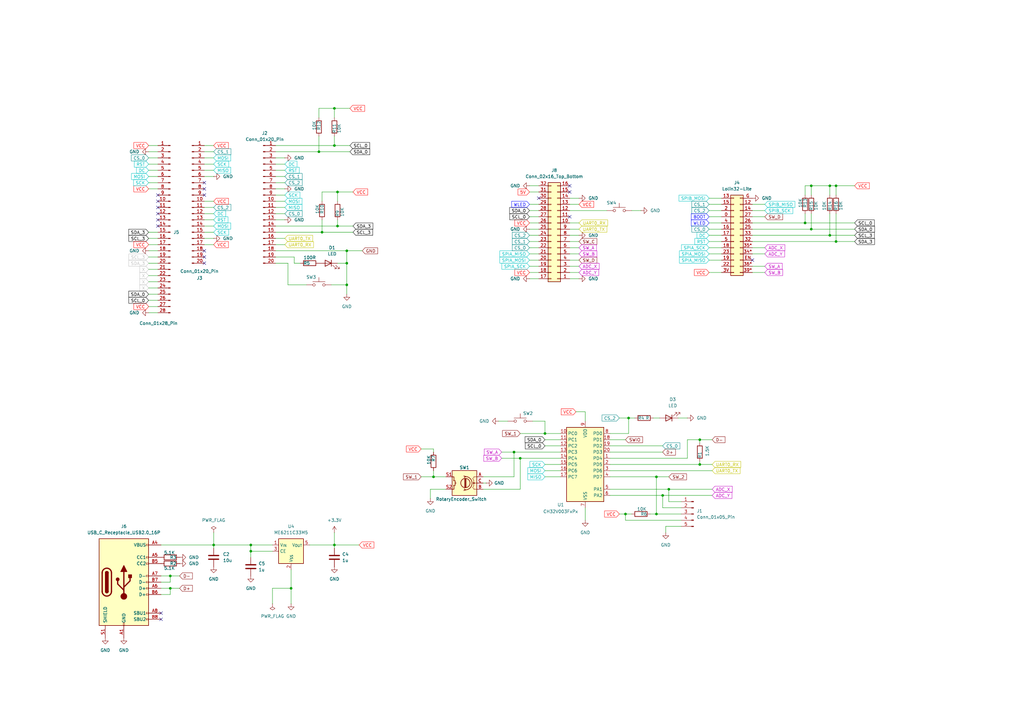
<source format=kicad_sch>
(kicad_sch (version 20250114) (generator "eeschema") (generator_version "9.0")
  (paper "A3")
  (junction (at 138.43 78.74))
  (junction (at 102.87 226.06))
  (junction (at 102.87 223.52))
  (junction (at 256.54 210.82))
  (junction (at 130.81 62.23))
  (junction (at 210.82 185.42))
  (junction (at 138.43 92.71))
  (junction (at 340.36 76.2))
  (junction (at 287.02 180.34))
  (junction (at 213.36 187.96))
  (junction (at 274.32 200.66))
  (junction (at 119.38 241.3))
  (junction (at 271.78 203.2))
  (junction (at 137.16 223.52))
  (junction (at 342.9 76.2))
  (junction (at 142.24 107.95))
  (junction (at 137.16 44.45))
  (junction (at 137.16 59.69))
  (junction (at 342.9 99.06))
  (junction (at 269.24 210.82))
  (junction (at 269.24 195.58))
  (junction (at 69.85 236.22))
  (junction (at 257.81 171.45))
  (junction (at 142.24 102.87))
  (junction (at 287.02 190.5))
  (junction (at 69.85 241.3))
  (junction (at 223.52 177.8))
  (junction (at 142.24 116.84))
  (junction (at 332.74 93.98))
  (junction (at 340.36 96.52))
  (junction (at 177.8 195.58))
  (junction (at 87.63 223.52))
  (junction (at 330.2 91.44))
  (junction (at 132.08 95.25))
  (junction (at 332.74 76.2))
  (no_connect (at 64.77 90.17))
  (no_connect (at 233.68 78.74))
  (no_connect (at 66.04 254))
  (no_connect (at 308.61 106.68))
  (no_connect (at 83.82 102.87))
  (no_connect (at 233.68 76.2))
  (no_connect (at 66.04 251.46))
  (no_connect (at 64.77 82.55))
  (no_connect (at 83.82 105.41))
  (no_connect (at 220.98 81.28))
  (no_connect (at 64.77 87.63))
  (no_connect (at 64.77 92.71))
  (no_connect (at 233.68 88.9))
  (no_connect (at 64.77 80.01))
  (no_connect (at 83.82 107.95))
  (no_connect (at 64.77 85.09))
  (no_connect (at 83.82 77.47))
  (no_connect (at 83.82 74.93))
  (no_connect (at 83.82 80.01))
  (wire (pts (xy 342.9 87.63) (xy 342.9 99.06)))
  (wire (pts (xy 132.08 90.17) (xy 132.08 95.25)))
  (wire (pts (xy 290.83 99.06) (xy 295.91 99.06)))
  (wire (pts (xy 60.96 67.31) (xy 64.77 67.31)))
  (wire (pts (xy 210.82 185.42) (xy 229.87 185.42)))
  (wire (pts (xy 177.8 193.04) (xy 177.8 195.58)))
  (wire (pts (xy 148.59 102.87) (xy 142.24 102.87)))
  (wire (pts (xy 223.52 190.5) (xy 229.87 190.5)))
  (wire (pts (xy 308.61 93.98) (xy 332.74 93.98)))
  (wire (pts (xy 205.74 187.96) (xy 213.36 187.96)))
  (wire (pts (xy 130.81 55.88) (xy 130.81 62.23)))
  (wire (pts (xy 60.96 69.85) (xy 64.77 69.85)))
  (wire (pts (xy 342.9 76.2) (xy 342.9 80.01)))
  (wire (pts (xy 113.03 105.41) (xy 120.65 105.41)))
  (wire (pts (xy 120.65 107.95) (xy 123.19 107.95)))
  (wire (pts (xy 69.85 238.76) (xy 69.85 236.22)))
  (wire (pts (xy 172.72 195.58) (xy 177.8 195.58)))
  (wire (pts (xy 116.84 87.63) (xy 113.03 87.63)))
  (wire (pts (xy 217.17 114.3) (xy 220.98 114.3)))
  (wire (pts (xy 290.83 106.68) (xy 295.91 106.68)))
  (wire (pts (xy 223.52 182.88) (xy 229.87 182.88)))
  (wire (pts (xy 119.38 241.3) (xy 119.38 247.65)))
  (wire (pts (xy 60.96 100.33) (xy 64.77 100.33)))
  (wire (pts (xy 177.8 184.15) (xy 177.8 185.42)))
  (wire (pts (xy 223.52 172.72) (xy 218.44 172.72)))
  (wire (pts (xy 217.17 78.74) (xy 220.98 78.74)))
  (wire (pts (xy 66.04 243.84) (xy 69.85 243.84)))
  (wire (pts (xy 240.03 213.36) (xy 240.03 208.28)))
  (wire (pts (xy 256.54 210.82) (xy 254 210.82)))
  (wire (pts (xy 102.87 226.06) (xy 102.87 223.52)))
  (wire (pts (xy 120.65 105.41) (xy 120.65 107.95)))
  (wire (pts (xy 87.63 87.63) (xy 83.82 87.63)))
  (wire (pts (xy 116.84 90.17) (xy 113.03 90.17)))
  (wire (pts (xy 87.63 92.71) (xy 83.82 92.71)))
  (wire (pts (xy 60.96 74.93) (xy 64.77 74.93)))
  (wire (pts (xy 233.68 99.06) (xy 237.49 99.06)))
  (wire (pts (xy 66.04 223.52) (xy 87.63 223.52)))
  (wire (pts (xy 137.16 223.52) (xy 137.16 224.79)))
  (wire (pts (xy 223.52 180.34) (xy 229.87 180.34)))
  (wire (pts (xy 144.78 92.71) (xy 138.43 92.71)))
  (wire (pts (xy 60.96 118.11) (xy 64.77 118.11)))
  (wire (pts (xy 250.19 182.88) (xy 271.78 182.88)))
  (wire (pts (xy 269.24 210.82) (xy 266.7 210.82)))
  (wire (pts (xy 144.78 78.74) (xy 138.43 78.74)))
  (wire (pts (xy 308.61 104.14) (xy 313.69 104.14)))
  (wire (pts (xy 240.03 168.91) (xy 240.03 172.72)))
  (wire (pts (xy 278.13 171.45) (xy 281.94 171.45)))
  (wire (pts (xy 269.24 195.58) (xy 269.24 210.82)))
  (wire (pts (xy 60.96 95.25) (xy 64.77 95.25)))
  (wire (pts (xy 220.98 88.9) (xy 217.17 88.9)))
  (wire (pts (xy 273.05 218.44) (xy 273.05 215.9)))
  (wire (pts (xy 116.84 74.93) (xy 113.03 74.93)))
  (wire (pts (xy 60.96 105.41) (xy 64.77 105.41)))
  (wire (pts (xy 213.36 177.8) (xy 223.52 177.8)))
  (wire (pts (xy 111.76 241.3) (xy 111.76 247.65)))
  (wire (pts (xy 66.04 241.3) (xy 69.85 241.3)))
  (wire (pts (xy 290.83 83.82) (xy 295.91 83.82)))
  (wire (pts (xy 340.36 76.2) (xy 340.36 80.01)))
  (wire (pts (xy 250.19 195.58) (xy 269.24 195.58)))
  (wire (pts (xy 125.73 116.84) (xy 118.11 116.84)))
  (wire (pts (xy 210.82 195.58) (xy 210.82 185.42)))
  (wire (pts (xy 257.81 177.8) (xy 250.19 177.8)))
  (wire (pts (xy 287.02 190.5) (xy 292.1 190.5)))
  (wire (pts (xy 87.63 59.69) (xy 83.82 59.69)))
  (wire (pts (xy 290.83 111.76) (xy 295.91 111.76)))
  (wire (pts (xy 250.19 180.34) (xy 256.54 180.34)))
  (wire (pts (xy 233.68 106.68) (xy 237.49 106.68)))
  (wire (pts (xy 142.24 102.87) (xy 142.24 107.95)))
  (wire (pts (xy 217.17 76.2) (xy 220.98 76.2)))
  (wire (pts (xy 250.19 203.2) (xy 271.78 203.2)))
  (wire (pts (xy 330.2 76.2) (xy 332.74 76.2)))
  (wire (pts (xy 66.04 236.22) (xy 69.85 236.22)))
  (wire (pts (xy 220.98 96.52) (xy 217.17 96.52)))
  (wire (pts (xy 308.61 88.9) (xy 313.69 88.9)))
  (wire (pts (xy 130.81 62.23) (xy 113.03 62.23)))
  (wire (pts (xy 127 223.52) (xy 137.16 223.52)))
  (wire (pts (xy 332.74 87.63) (xy 332.74 93.98)))
  (wire (pts (xy 233.68 86.36) (xy 248.92 86.36)))
  (wire (pts (xy 60.96 77.47) (xy 64.77 77.47)))
  (wire (pts (xy 137.16 55.88) (xy 137.16 59.69)))
  (wire (pts (xy 87.63 218.44) (xy 87.63 223.52)))
  (wire (pts (xy 290.83 88.9) (xy 295.91 88.9)))
  (wire (pts (xy 287.02 180.34) (xy 287.02 181.61)))
  (wire (pts (xy 60.96 64.77) (xy 64.77 64.77)))
  (wire (pts (xy 308.61 96.52) (xy 340.36 96.52)))
  (wire (pts (xy 60.96 125.73) (xy 64.77 125.73)))
  (wire (pts (xy 137.16 44.45) (xy 137.16 48.26)))
  (wire (pts (xy 220.98 101.6) (xy 217.17 101.6)))
  (wire (pts (xy 223.52 177.8) (xy 223.52 172.72)))
  (wire (pts (xy 60.96 123.19) (xy 64.77 123.19)))
  (wire (pts (xy 142.24 102.87) (xy 113.03 102.87)))
  (wire (pts (xy 223.52 195.58) (xy 229.87 195.58)))
  (wire (pts (xy 60.96 110.49) (xy 64.77 110.49)))
  (wire (pts (xy 198.12 200.66) (xy 213.36 200.66)))
  (wire (pts (xy 87.63 90.17) (xy 83.82 90.17)))
  (wire (pts (xy 143.51 59.69) (xy 137.16 59.69)))
  (wire (pts (xy 87.63 223.52) (xy 102.87 223.52)))
  (wire (pts (xy 271.78 208.28) (xy 279.4 208.28)))
  (wire (pts (xy 132.08 82.55) (xy 132.08 78.74)))
  (wire (pts (xy 223.52 193.04) (xy 229.87 193.04)))
  (wire (pts (xy 236.22 168.91) (xy 240.03 168.91)))
  (wire (pts (xy 60.96 102.87) (xy 64.77 102.87)))
  (wire (pts (xy 330.2 91.44) (xy 350.52 91.44)))
  (wire (pts (xy 308.61 109.22) (xy 313.69 109.22)))
  (wire (pts (xy 60.96 62.23) (xy 64.77 62.23)))
  (wire (pts (xy 198.12 195.58) (xy 210.82 195.58)))
  (wire (pts (xy 138.43 78.74) (xy 138.43 82.55)))
  (wire (pts (xy 102.87 223.52) (xy 111.76 223.52)))
  (wire (pts (xy 269.24 195.58) (xy 274.32 195.58)))
  (wire (pts (xy 237.49 114.3) (xy 233.68 114.3)))
  (wire (pts (xy 269.24 210.82) (xy 279.4 210.82)))
  (wire (pts (xy 69.85 243.84) (xy 69.85 241.3)))
  (wire (pts (xy 237.49 81.28) (xy 233.68 81.28)))
  (wire (pts (xy 87.63 64.77) (xy 83.82 64.77)))
  (wire (pts (xy 237.49 83.82) (xy 233.68 83.82)))
  (wire (pts (xy 138.43 107.95) (xy 142.24 107.95)))
  (wire (pts (xy 274.32 205.74) (xy 279.4 205.74)))
  (wire (pts (xy 292.1 193.04) (xy 250.19 193.04)))
  (wire (pts (xy 257.81 171.45) (xy 260.35 171.45)))
  (wire (pts (xy 142.24 120.65) (xy 142.24 116.84)))
  (wire (pts (xy 69.85 241.3) (xy 73.66 241.3)))
  (wire (pts (xy 217.17 93.98) (xy 220.98 93.98)))
  (wire (pts (xy 250.19 200.66) (xy 274.32 200.66)))
  (wire (pts (xy 342.9 99.06) (xy 350.52 99.06)))
  (wire (pts (xy 330.2 80.01) (xy 330.2 76.2)))
  (wire (pts (xy 281.94 180.34) (xy 281.94 187.96)))
  (wire (pts (xy 229.87 187.96) (xy 213.36 187.96)))
  (wire (pts (xy 116.84 80.01) (xy 113.03 80.01)))
  (wire (pts (xy 287.02 180.34) (xy 292.1 180.34)))
  (wire (pts (xy 138.43 92.71) (xy 113.03 92.71)))
  (wire (pts (xy 60.96 128.27) (xy 64.77 128.27)))
  (wire (pts (xy 116.84 67.31) (xy 113.03 67.31)))
  (wire (pts (xy 217.17 109.22) (xy 220.98 109.22)))
  (wire (pts (xy 220.98 99.06) (xy 217.17 99.06)))
  (wire (pts (xy 256.54 213.36) (xy 279.4 213.36)))
  (wire (pts (xy 220.98 83.82) (xy 217.17 83.82)))
  (wire (pts (xy 66.04 238.76) (xy 69.85 238.76)))
  (wire (pts (xy 295.91 91.44) (xy 290.83 91.44)))
  (wire (pts (xy 144.78 95.25) (xy 132.08 95.25)))
  (wire (pts (xy 217.17 104.14) (xy 220.98 104.14)))
  (wire (pts (xy 229.87 177.8) (xy 223.52 177.8)))
  (wire (pts (xy 119.38 233.68) (xy 119.38 241.3)))
  (wire (pts (xy 213.36 187.96) (xy 213.36 200.66)))
  (wire (pts (xy 143.51 62.23) (xy 130.81 62.23)))
  (wire (pts (xy 60.96 120.65) (xy 64.77 120.65)))
  (wire (pts (xy 290.83 93.98) (xy 295.91 93.98)))
  (wire (pts (xy 176.53 204.47) (xy 176.53 200.66)))
  (wire (pts (xy 118.11 107.95) (xy 113.03 107.95)))
  (wire (pts (xy 87.63 95.25) (xy 83.82 95.25)))
  (wire (pts (xy 332.74 76.2) (xy 340.36 76.2)))
  (wire (pts (xy 262.89 86.36) (xy 259.08 86.36)))
  (wire (pts (xy 142.24 116.84) (xy 135.89 116.84)))
  (wire (pts (xy 118.11 116.84) (xy 118.11 107.95)))
  (wire (pts (xy 290.83 104.14) (xy 295.91 104.14)))
  (wire (pts (xy 87.63 69.85) (xy 83.82 69.85)))
  (wire (pts (xy 130.81 48.26) (xy 130.81 44.45)))
  (wire (pts (xy 116.84 64.77) (xy 113.03 64.77)))
  (wire (pts (xy 116.84 72.39) (xy 113.03 72.39)))
  (wire (pts (xy 137.16 218.44) (xy 137.16 223.52)))
  (wire (pts (xy 87.63 224.79) (xy 87.63 223.52)))
  (wire (pts (xy 87.63 100.33) (xy 83.82 100.33)))
  (wire (pts (xy 102.87 228.6) (xy 102.87 226.06)))
  (wire (pts (xy 237.49 96.52) (xy 233.68 96.52)))
  (wire (pts (xy 217.17 106.68) (xy 220.98 106.68)))
  (wire (pts (xy 274.32 200.66) (xy 274.32 205.74)))
  (wire (pts (xy 287.02 189.23) (xy 287.02 190.5)))
  (wire (pts (xy 205.74 185.42) (xy 210.82 185.42)))
  (wire (pts (xy 143.51 44.45) (xy 137.16 44.45)))
  (wire (pts (xy 274.32 200.66) (xy 292.1 200.66)))
  (wire (pts (xy 313.69 86.36) (xy 308.61 86.36)))
  (wire (pts (xy 60.96 72.39) (xy 64.77 72.39)))
  (wire (pts (xy 87.63 97.79) (xy 83.82 97.79)))
  (wire (pts (xy 270.51 171.45) (xy 267.97 171.45)))
  (wire (pts (xy 233.68 109.22) (xy 237.49 109.22)))
  (wire (pts (xy 313.69 83.82) (xy 308.61 83.82)))
  (wire (pts (xy 130.81 44.45) (xy 137.16 44.45)))
  (wire (pts (xy 217.17 111.76) (xy 220.98 111.76)))
  (wire (pts (xy 250.19 190.5) (xy 287.02 190.5)))
  (wire (pts (xy 271.78 203.2) (xy 271.78 208.28)))
  (wire (pts (xy 340.36 87.63) (xy 340.36 96.52)))
  (wire (pts (xy 116.84 97.79) (xy 113.03 97.79)))
  (wire (pts (xy 290.83 81.28) (xy 295.91 81.28)))
  (wire (pts (xy 60.96 113.03) (xy 64.77 113.03)))
  (wire (pts (xy 257.81 171.45) (xy 257.81 177.8)))
  (wire (pts (xy 281.94 187.96) (xy 250.19 187.96)))
  (wire (pts (xy 273.05 215.9) (xy 279.4 215.9)))
  (wire (pts (xy 259.08 210.82) (xy 256.54 210.82)))
  (wire (pts (xy 87.63 72.39) (xy 83.82 72.39)))
  (wire (pts (xy 308.61 111.76) (xy 313.69 111.76)))
  (wire (pts (xy 204.47 172.72) (xy 208.28 172.72)))
  (wire (pts (xy 308.61 101.6) (xy 313.69 101.6)))
  (wire (pts (xy 220.98 86.36) (xy 217.17 86.36)))
  (wire (pts (xy 254 171.45) (xy 257.81 171.45)))
  (wire (pts (xy 138.43 90.17) (xy 138.43 92.71)))
  (wire (pts (xy 69.85 236.22) (xy 73.66 236.22)))
  (wire (pts (xy 116.84 82.55) (xy 113.03 82.55)))
  (wire (pts (xy 330.2 87.63) (xy 330.2 91.44)))
  (wire (pts (xy 308.61 99.06) (xy 342.9 99.06)))
  (wire (pts (xy 132.08 78.74) (xy 138.43 78.74)))
  (wire (pts (xy 111.76 241.3) (xy 119.38 241.3)))
  (wire (pts (xy 233.68 104.14) (xy 237.49 104.14)))
  (wire (pts (xy 176.53 200.66) (xy 182.88 200.66)))
  (wire (pts (xy 342.9 76.2) (xy 350.52 76.2)))
  (wire (pts (xy 177.8 195.58) (xy 182.88 195.58)))
  (wire (pts (xy 271.78 203.2) (xy 292.1 203.2)))
  (wire (pts (xy 350.52 93.98) (xy 332.74 93.98)))
  (wire (pts (xy 281.94 180.34) (xy 287.02 180.34)))
  (wire (pts (xy 198.12 198.12) (xy 199.39 198.12)))
  (wire (pts (xy 60.96 59.69) (xy 64.77 59.69)))
  (wire (pts (xy 116.84 85.09) (xy 113.03 85.09)))
  (wire (pts (xy 137.16 59.69) (xy 113.03 59.69)))
  (wire (pts (xy 290.83 101.6) (xy 295.91 101.6)))
  (wire (pts (xy 102.87 226.06) (xy 111.76 226.06)))
  (wire (pts (xy 340.36 76.2) (xy 342.9 76.2)))
  (wire (pts (xy 250.19 185.42) (xy 271.78 185.42)))
  (wire (pts (xy 340.36 96.52) (xy 350.52 96.52)))
  (wire (pts (xy 290.83 86.36) (xy 295.91 86.36)))
  (wire (pts (xy 87.63 62.23) (xy 83.82 62.23)))
  (wire (pts (xy 87.63 67.31) (xy 83.82 67.31)))
  (wire (pts (xy 237.49 91.44) (xy 233.68 91.44)))
  (wire (pts (xy 177.8 184.15) (xy 172.72 184.15)))
  (wire (pts (xy 116.84 77.47) (xy 113.03 77.47)))
  (wire (pts (xy 142.24 107.95) (xy 142.24 116.84)))
  (wire (pts (xy 116.84 69.85) (xy 113.03 69.85)))
  (wire (pts (xy 233.68 101.6) (xy 237.49 101.6)))
  (wire (pts (xy 87.63 82.55) (xy 83.82 82.55)))
  (wire (pts (xy 237.49 93.98) (xy 233.68 93.98)))
  (wire (pts (xy 87.63 85.09) (xy 83.82 85.09)))
  (wire (pts (xy 137.16 223.52) (xy 147.32 223.52)))
  (wire (pts (xy 60.96 97.79) (xy 64.77 97.79)))
  (wire (pts (xy 132.08 95.25) (xy 113.03 95.25)))
  (wire (pts (xy 290.83 96.52) (xy 295.91 96.52)))
  (wire (pts (xy 233.68 111.76) (xy 237.49 111.76)))
  (wire (pts (xy 217.17 91.44) (xy 220.98 91.44)))
  (wire (pts (xy 116.84 100.33) (xy 113.03 100.33)))
  (wire (pts (xy 60.96 107.95) (xy 64.77 107.95)))
  (wire (pts (xy 256.54 213.36) (xy 256.54 210.82)))
  (wire (pts (xy 332.74 76.2) (xy 332.74 80.01)))
  (wire (pts (xy 308.61 91.44) (xy 330.2 91.44)))
  (wire (pts (xy 60.96 115.57) (xy 64.77 115.57)))
  (global_label "X" (shape input) (at 60.96 115.57 180) (property "Intersheetrefs" "${INTERSHEET_REFS}" (effects (hide yes))))
  (global_label "CS_0" (shape input) (at 290.83 93.98 180) (property "Intersheetrefs" "${INTERSHEET_REFS}" (effects (hide yes))))
  (global_label "ADC_X" (shape input) (at 313.69 101.6 0) (property "Intersheetrefs" "${INTERSHEET_REFS}" (effects (hide yes))))
  (global_label "X" (shape input) (at 60.96 118.11 180) (property "Intersheetrefs" "${INTERSHEET_REFS}" (effects (hide yes))))
  (global_label "UART0_TX" (shape input) (at 292.1 193.04 0) (property "Intersheetrefs" "${INTERSHEET_REFS}" (effects (hide yes))))
  (global_label "DC" (shape input) (at 290.83 96.52 180) (property "Intersheetrefs" "${INTERSHEET_REFS}" (effects (hide yes))))
  (global_label "SPIB_MISO" (shape input) (at 313.69 83.82 0) (property "Intersheetrefs" "${INTERSHEET_REFS}" (effects (hide yes))))
  (global_label "SPIA_MISO" (shape input) (at 217.17 104.14 180) (property "Intersheetrefs" "${INTERSHEET_REFS}" (effects (hide yes))))
  (global_label "ADC_X" (shape input) (at 292.1 200.66 0) (property "Intersheetrefs" "${INTERSHEET_REFS}" (effects (hide yes))))
  (global_label "SW_A" (shape input) (at 313.69 109.22 0) (property "Intersheetrefs" "${INTERSHEET_REFS}" (effects (hide yes))))
  (global_label "MISO" (shape input) (at 87.63 69.85 0) (property "Intersheetrefs" "${INTERSHEET_REFS}" (effects (hide yes))))
  (global_label "RST" (shape input) (at 60.96 67.31 180) (property "Intersheetrefs" "${INTERSHEET_REFS}" (effects (hide yes))))
  (global_label "WLED" (shape input) (at 217.17 83.82 180) (property "Intersheetrefs" "${INTERSHEET_REFS}" (effects (hide yes))))
  (global_label "SW_1" (shape input) (at 172.72 195.58 180) (property "Intersheetrefs" "${INTERSHEET_REFS}" (effects (hide yes))))
  (global_label "SW_C" (shape input) (at 237.49 99.06 0) (property "Intersheetrefs" "${INTERSHEET_REFS}" (effects (hide yes))))
  (global_label "VCC" (shape input) (at 217.17 91.44 180) (property "Intersheetrefs" "${INTERSHEET_REFS}" (effects (hide yes))))
  (global_label "D+" (shape input) (at 73.66 241.3 0) (property "Intersheetrefs" "${INTERSHEET_REFS}" (effects (hide yes))))
  (global_label "SW_B" (shape input) (at 205.74 187.96 180) (property "Intersheetrefs" "${INTERSHEET_REFS}" (effects (hide yes))))
  (global_label "SDA_0" (shape input) (at 217.17 86.36 180) (property "Intersheetrefs" "${INTERSHEET_REFS}" (effects (hide yes))))
  (global_label "SDA_3" (shape input) (at 60.96 107.95 180) (property "Intersheetrefs" "${INTERSHEET_REFS}" (effects (hide yes))))
  (global_label "SCL_0" (shape input) (at 143.51 59.69 0) (property "Intersheetrefs" "${INTERSHEET_REFS}" (effects (hide yes))))
  (global_label "CS_1" (shape input) (at 87.63 62.23 0) (property "Intersheetrefs" "${INTERSHEET_REFS}" (effects (hide yes))))
  (global_label "ADC_Y" (shape input) (at 292.1 203.2 0) (property "Intersheetrefs" "${INTERSHEET_REFS}" (effects (hide yes))))
  (global_label "RST" (shape input) (at 290.83 99.06 180) (property "Intersheetrefs" "${INTERSHEET_REFS}" (effects (hide yes))))
  (global_label "VCC" (shape input) (at 237.49 83.82 0) (property "Intersheetrefs" "${INTERSHEET_REFS}" (effects (hide yes))))
  (global_label "CS_0" (shape input) (at 116.84 87.63 0) (property "Intersheetrefs" "${INTERSHEET_REFS}" (effects (hide yes))))
  (global_label "X" (shape input) (at 60.96 113.03 180) (property "Intersheetrefs" "${INTERSHEET_REFS}" (effects (hide yes))))
  (global_label "SCK" (shape input) (at 60.96 74.93 180) (property "Intersheetrefs" "${INTERSHEET_REFS}" (effects (hide yes))))
  (global_label "SCL_3" (shape input) (at 350.52 96.52 0) (property "Intersheetrefs" "${INTERSHEET_REFS}" (effects (hide yes))))
  (global_label "SDA_3" (shape input) (at 144.78 92.71 0) (property "Intersheetrefs" "${INTERSHEET_REFS}" (effects (hide yes))))
  (global_label "SPIA_MISO" (shape input) (at 290.83 106.68 180) (property "Intersheetrefs" "${INTERSHEET_REFS}" (effects (hide yes))))
  (global_label "SCK" (shape input) (at 87.63 67.31 0) (property "Intersheetrefs" "${INTERSHEET_REFS}" (effects (hide yes))))
  (global_label "D+" (shape input) (at 271.78 185.42 0) (property "Intersheetrefs" "${INTERSHEET_REFS}" (effects (hide yes))))
  (global_label "SCK" (shape input) (at 87.63 95.25 0) (property "Intersheetrefs" "${INTERSHEET_REFS}" (effects (hide yes))))
  (global_label "DC" (shape input) (at 87.63 87.63 0) (property "Intersheetrefs" "${INTERSHEET_REFS}" (effects (hide yes))))
  (global_label "MISO" (shape input) (at 116.84 85.09 0) (property "Intersheetrefs" "${INTERSHEET_REFS}" (effects (hide yes))))
  (global_label "VCC" (shape input) (at 254 210.82 180) (property "Intersheetrefs" "${INTERSHEET_REFS}" (effects (hide yes))))
  (global_label "WLED" (shape input) (at 290.83 91.44 180) (property "Intersheetrefs" "${INTERSHEET_REFS}" (effects (hide yes))))
  (global_label "SCL_0" (shape input) (at 60.96 123.19 180) (property "Intersheetrefs" "${INTERSHEET_REFS}" (effects (hide yes))))
  (global_label "SW_D" (shape input) (at 313.69 88.9 0) (property "Intersheetrefs" "${INTERSHEET_REFS}" (effects (hide yes))))
  (global_label "CS_1" (shape input) (at 116.84 72.39 0) (property "Intersheetrefs" "${INTERSHEET_REFS}" (effects (hide yes))))
  (global_label "SCK" (shape input) (at 116.84 80.01 0) (property "Intersheetrefs" "${INTERSHEET_REFS}" (effects (hide yes))))
  (global_label "VCC" (shape input) (at 147.32 223.52 0) (property "Intersheetrefs" "${INTERSHEET_REFS}" (effects (hide yes))))
  (global_label "VCC" (shape input) (at 144.78 78.74 0) (property "Intersheetrefs" "${INTERSHEET_REFS}" (effects (hide yes))))
  (global_label "D-" (shape input) (at 292.1 180.34 0) (property "Intersheetrefs" "${INTERSHEET_REFS}" (effects (hide yes))))
  (global_label "CS_1" (shape input) (at 290.83 83.82 180) (property "Intersheetrefs" "${INTERSHEET_REFS}" (effects (hide yes))))
  (global_label "SPIA_MOSI" (shape input) (at 290.83 104.14 180) (property "Intersheetrefs" "${INTERSHEET_REFS}" (effects (hide yes))))
  (global_label "SCL_3" (shape input) (at 60.96 97.79 180) (property "Intersheetrefs" "${INTERSHEET_REFS}" (effects (hide yes))))
  (global_label "ADC_Y" (shape input) (at 313.69 104.14 0) (property "Intersheetrefs" "${INTERSHEET_REFS}" (effects (hide yes))))
  (global_label "SW_A" (shape input) (at 237.49 101.6 0) (property "Intersheetrefs" "${INTERSHEET_REFS}" (effects (hide yes))))
  (global_label "D-" (shape input) (at 73.66 236.22 0) (property "Intersheetrefs" "${INTERSHEET_REFS}" (effects (hide yes))))
  (global_label "SCL_3" (shape input) (at 60.96 105.41 180) (property "Intersheetrefs" "${INTERSHEET_REFS}" (effects (hide yes))))
  (global_label "ADC_X" (shape input) (at 237.49 109.22 0) (property "Intersheetrefs" "${INTERSHEET_REFS}" (effects (hide yes))))
  (global_label "MISO" (shape input) (at 223.52 195.58 180) (property "Intersheetrefs" "${INTERSHEET_REFS}" (effects (hide yes))))
  (global_label "SCL_0" (shape input) (at 223.52 182.88 180) (property "Intersheetrefs" "${INTERSHEET_REFS}" (effects (hide yes))))
  (global_label "SDA_0" (shape input) (at 60.96 120.65 180) (property "Intersheetrefs" "${INTERSHEET_REFS}" (effects (hide yes))))
  (global_label "VCC" (shape input) (at 87.63 59.69 0) (property "Intersheetrefs" "${INTERSHEET_REFS}" (effects (hide yes))))
  (global_label "VCC" (shape input) (at 236.22 168.91 180) (property "Intersheetrefs" "${INTERSHEET_REFS}" (effects (hide yes))))
  (global_label "UART0_RX" (shape input) (at 237.49 91.44 0) (property "Intersheetrefs" "${INTERSHEET_REFS}" (effects (hide yes))))
  (global_label "SPIB_SCK" (shape input) (at 313.69 86.36 0) (property "Intersheetrefs" "${INTERSHEET_REFS}" (effects (hide yes))))
  (global_label "VCC" (shape input) (at 290.83 111.76 180) (property "Intersheetrefs" "${INTERSHEET_REFS}" (effects (hide yes))))
  (global_label "VCC" (shape input) (at 172.72 184.15 180) (property "Intersheetrefs" "${INTERSHEET_REFS}" (effects (hide yes))))
  (global_label "SPIA_MOSI" (shape input) (at 217.17 106.68 180) (property "Intersheetrefs" "${INTERSHEET_REFS}" (effects (hide yes))))
  (global_label "MOSI" (shape input) (at 116.84 82.55 0) (property "Intersheetrefs" "${INTERSHEET_REFS}" (effects (hide yes))))
  (global_label "CS_0" (shape input) (at 60.96 64.77 180) (property "Intersheetrefs" "${INTERSHEET_REFS}" (effects (hide yes))))
  (global_label "VCC" (shape input) (at 60.96 100.33 180) (property "Intersheetrefs" "${INTERSHEET_REFS}" (effects (hide yes))))
  (global_label "SCL_3" (shape input) (at 144.78 95.25 0) (property "Intersheetrefs" "${INTERSHEET_REFS}" (effects (hide yes))))
  (global_label "VCC" (shape input) (at 60.96 77.47 180) (property "Intersheetrefs" "${INTERSHEET_REFS}" (effects (hide yes))))
  (global_label "SWIO" (shape input) (at 256.54 180.34 0) (property "Intersheetrefs" "${INTERSHEET_REFS}" (effects (hide yes))))
  (global_label "SCK" (shape input) (at 223.52 190.5 180) (property "Intersheetrefs" "${INTERSHEET_REFS}" (effects (hide yes))))
  (global_label "UART0_RX" (shape input) (at 292.1 190.5 0) (property "Intersheetrefs" "${INTERSHEET_REFS}" (effects (hide yes))))
  (global_label "DC" (shape input) (at 60.96 69.85 180) (property "Intersheetrefs" "${INTERSHEET_REFS}" (effects (hide yes))))
  (global_label "SW_1" (shape input) (at 213.36 177.8 180) (property "Intersheetrefs" "${INTERSHEET_REFS}" (effects (hide yes))))
  (global_label "MOSI" (shape input) (at 60.96 72.39 180) (property "Intersheetrefs" "${INTERSHEET_REFS}" (effects (hide yes))))
  (global_label "SPIA_SCK" (shape input) (at 290.83 101.6 180) (property "Intersheetrefs" "${INTERSHEET_REFS}" (effects (hide yes))))
  (global_label "X" (shape input) (at 60.96 110.49 180) (property "Intersheetrefs" "${INTERSHEET_REFS}" (effects (hide yes))))
  (global_label "SCL_0" (shape input) (at 350.52 91.44 0) (property "Intersheetrefs" "${INTERSHEET_REFS}" (effects (hide yes))))
  (global_label "CS_0" (shape input) (at 217.17 101.6 180) (property "Intersheetrefs" "${INTERSHEET_REFS}" (effects (hide yes))))
  (global_label "RST" (shape input) (at 87.63 90.17 0) (property "Intersheetrefs" "${INTERSHEET_REFS}" (effects (hide yes))))
  (global_label "MOSI" (shape input) (at 223.52 193.04 180) (property "Intersheetrefs" "${INTERSHEET_REFS}" (effects (hide yes))))
  (global_label "GND" (shape input) (at 148.59 102.87 0) (property "Intersheetrefs" "${INTERSHEET_REFS}" (effects (hide yes))))
  (global_label "SW_B" (shape input) (at 313.69 111.76 0) (property "Intersheetrefs" "${INTERSHEET_REFS}" (effects (hide yes))))
  (global_label "SPIB_MOSI" (shape input) (at 290.83 81.28 180) (property "Intersheetrefs" "${INTERSHEET_REFS}" (effects (hide yes))))
  (global_label "CS_2" (shape input) (at 116.84 74.93 0) (property "Intersheetrefs" "${INTERSHEET_REFS}" (effects (hide yes))))
  (global_label "SDA_0" (shape input) (at 223.52 180.34 180) (property "Intersheetrefs" "${INTERSHEET_REFS}" (effects (hide yes))))
  (global_label "VCC" (shape input) (at 87.63 82.55 0) (property "Intersheetrefs" "${INTERSHEET_REFS}" (effects (hide yes))))
  (global_label "DC" (shape input) (at 116.84 67.31 0) (property "Intersheetrefs" "${INTERSHEET_REFS}" (effects (hide yes))))
  (global_label "VCC" (shape input) (at 60.96 125.73 180) (property "Intersheetrefs" "${INTERSHEET_REFS}" (effects (hide yes))))
  (global_label "MOSI" (shape input) (at 87.63 92.71 0) (property "Intersheetrefs" "${INTERSHEET_REFS}" (effects (hide yes))))
  (global_label "RST" (shape input) (at 116.84 69.85 0) (property "Intersheetrefs" "${INTERSHEET_REFS}" (effects (hide yes))))
  (global_label "BOOT" (shape input) (at 290.83 88.9 180) (property "Intersheetrefs" "${INTERSHEET_REFS}" (effects (hide yes))))
  (global_label "SDA_3" (shape input) (at 350.52 99.06 0) (property "Intersheetrefs" "${INTERSHEET_REFS}" (effects (hide yes))))
  (global_label "VCC" (shape input) (at 60.96 59.69 180) (property "Intersheetrefs" "${INTERSHEET_REFS}" (effects (hide yes))))
  (global_label "VCC" (shape input) (at 143.51 44.45 0) (property "Intersheetrefs" "${INTERSHEET_REFS}" (effects (hide yes))))
  (global_label "UART0_TX" (shape input) (at 237.49 93.98 0) (property "Intersheetrefs" "${INTERSHEET_REFS}" (effects (hide yes))))
  (global_label "CS_1" (shape input) (at 217.17 99.06 180) (property "Intersheetrefs" "${INTERSHEET_REFS}" (effects (hide yes))))
  (global_label "SW_D" (shape input) (at 237.49 106.68 0) (property "Intersheetrefs" "${INTERSHEET_REFS}" (effects (hide yes))))
  (global_label "SCL_0" (shape input) (at 217.17 88.9 180) (property "Intersheetrefs" "${INTERSHEET_REFS}" (effects (hide yes))))
  (global_label "VCC" (shape input) (at 350.52 76.2 0) (property "Intersheetrefs" "${INTERSHEET_REFS}" (effects (hide yes))))
  (global_label "CS_2" (shape input) (at 290.83 86.36 180) (property "Intersheetrefs" "${INTERSHEET_REFS}" (effects (hide yes))))
  (global_label "SDA_0" (shape input) (at 350.52 93.98 0) (property "Intersheetrefs" "${INTERSHEET_REFS}" (effects (hide yes))))
  (global_label "SDA_3" (shape input) (at 60.96 95.25 180) (property "Intersheetrefs" "${INTERSHEET_REFS}" (effects (hide yes))))
  (global_label "SPIA_SCK" (shape input) (at 217.17 109.22 180) (property "Intersheetrefs" "${INTERSHEET_REFS}" (effects (hide yes))))
  (global_label "CS_2" (shape input) (at 217.17 96.52 180) (property "Intersheetrefs" "${INTERSHEET_REFS}" (effects (hide yes))))
  (global_label "ADC_Y" (shape input) (at 237.49 111.76 0) (property "Intersheetrefs" "${INTERSHEET_REFS}" (effects (hide yes))))
  (global_label "MOSI" (shape input) (at 87.63 64.77 0) (property "Intersheetrefs" "${INTERSHEET_REFS}" (effects (hide yes))))
  (global_label "SW_B" (shape input) (at 237.49 104.14 0) (property "Intersheetrefs" "${INTERSHEET_REFS}" (effects (hide yes))))
  (global_label "SDA_0" (shape input) (at 143.51 62.23 0) (property "Intersheetrefs" "${INTERSHEET_REFS}" (effects (hide yes))))
  (global_label "UART0_RX" (shape input) (at 116.84 100.33 0) (property "Intersheetrefs" "${INTERSHEET_REFS}" (effects (hide yes))))
  (global_label "CS_0" (shape input) (at 271.78 182.88 0) (property "Intersheetrefs" "${INTERSHEET_REFS}" (effects (hide yes))))
  (global_label "CS_2" (shape input) (at 87.63 85.09 0) (property "Intersheetrefs" "${INTERSHEET_REFS}" (effects (hide yes))))
  (global_label "5V" (shape input) (at 217.17 78.74 180) (property "Intersheetrefs" "${INTERSHEET_REFS}" (effects (hide yes))))
  (global_label "SW_2" (shape input) (at 274.32 195.58 0) (property "Intersheetrefs" "${INTERSHEET_REFS}" (effects (hide yes))))
  (global_label "VCC" (shape input) (at 87.63 100.33 0) (property "Intersheetrefs" "${INTERSHEET_REFS}" (effects (hide yes))))
  (global_label "UART0_TX" (shape input) (at 116.84 97.79 0) (property "Intersheetrefs" "${INTERSHEET_REFS}" (effects (hide yes))))
  (global_label "VCC" (shape input) (at 217.17 111.76 180) (property "Intersheetrefs" "${INTERSHEET_REFS}" (effects (hide yes))))
  (global_label "CS_2" (shape input) (at 254 171.45 180) (property "Intersheetrefs" "${INTERSHEET_REFS}" (effects (hide yes))))
  (global_label "SW_A" (shape input) (at 205.74 185.42 180) (property "Intersheetrefs" "${INTERSHEET_REFS}" (effects (hide yes))))
  (symbol (lib_name "GND_1") (lib_id "power:GND") (at 119.38 247.65 0) (unit 1)
    (property "Reference" "#PWR010" (effects (hide yes)))
    (property "Value" "GND" (at 119.38 252.73 0))
    (property "Description" "Power symbol creates a global label with name \"GND\" , ground" (effects (hide yes)))
  )
  (symbol (lib_name "GND_1") (lib_id "power:GND") (at 273.05 218.44 0) (unit 1)
    (property "Reference" "#PWR04" (effects (hide yes)))
    (property "Value" "GND" (at 273.05 223.52 0))
    (property "Description" "Power symbol creates a global label with name \"GND\" , ground" (effects (hide yes)))
  )
  (symbol (lib_name "GND_1") (lib_id "power:GND") (at 262.89 86.36 90) (mirror x) (unit 1)
    (property "Reference" "#PWR019" (effects (hide yes)))
    (property "Value" "GND" (at 266.7 86.3599 90) (effects (justify right)))
    (property "Description" "Power symbol creates a global label with name \"GND\" , ground" (effects (hide yes)))
  )
  (symbol (lib_id "Switch:SW_Push") (at 130.81 116.84 0) (unit 1)
    (property "Reference" "SW3" (at 127.635 113.665 0))
    (property "Value" "SW_Push" (effects (hide yes)))
    (property "Footprint" "Button_Switch_SMD:SW_SPST_PTS810" (effects (hide yes)))
  )
  (symbol (lib_id "MCU_WCH_CH32V0:CH32V003FxPx") (at 240.03 190.5 0) (unit 1)
    (property "Reference" "U1" (at 228.6 207.01 0) (effects (justify left)))
    (property "Value" "CH32V003FxPx" (at 222.758 209.804 0) (effects (justify left)))
    (property "Footprint" "Package_SO:TSSOP-20_4.4x6.5mm_P0.65mm" (effects (hide yes)))
    (property "Datasheet" "https://www.wch-ic.com/products/CH32V003.html" (effects (hide yes)))
    (property "Description" "CH32V003 series are industrial-grade general-purpose microcontrollers designed based on 32-bit RISC-V instruction set and architecture. It adopts QingKe V2A core, RV32EC instruction set, and supports 2 levels of interrupt nesting. The series are mounted with rich peripheral interfaces and function modules. Its internal organizational structure meets the low-cost and low-power embedded application scenarios." (effects (hide yes)))
  )
  (symbol (lib_name "GND_1") (lib_id "power:GND") (at 116.84 77.47 90) (mirror x) (unit 1)
    (property "Reference" "#PWR027" (effects (hide yes)))
    (property "Value" "GND" (at 120.65 77.4699 90) (effects (justify right)))
    (property "Description" "Power symbol creates a global label with name \"GND\" , ground" (effects (hide yes)))
  )
  (symbol (lib_id "Device:R") (at 69.85 231.14 90) (unit 1)
    (property "Reference" "R2" (at 72.39 231.14 90) (effects (justify left)))
    (property "Value" "5.1K" (at 71.755 233.045 90) (effects (justify left)))
    (property "Footprint" "Resistor_SMD:R_0603_1608Metric" (effects (hide yes)))
  )
  (symbol (lib_id "Device:R") (at 130.81 52.07 180) (unit 1)
    (property "Reference" "R12" (at 130.81 49.53 90) (effects (justify left)))
    (property "Value" "10K" (at 128.905 49.53 90) (effects (justify left)))
    (property "Footprint" "Resistor_SMD:R_0603_1608Metric" (effects (hide yes)))
  )
  (symbol (lib_id "Connector:Conn_01x05_Pin") (at 284.48 210.82 0) (mirror y) (unit 1)
    (property "Reference" "J1" (at 285.75 209.5499 0) (effects (justify right)))
    (property "Value" "Conn_01x05_Pin" (at 285.75 212.0899 0) (effects (justify right)))
    (property "Footprint" "Connector_PinSocket_2.54mm:PinSocket_1x05_P2.54mm_Vertical" (effects (hide yes)))
    (property "Description" "Generic connector, single row, 01x05, script generated" (effects (hide yes)))
  )
  (symbol (lib_id "Connector:Conn_01x28_Pin") (at 69.85 92.71 0) (mirror y) (unit 1)
    (property "Reference" "J5" (at 71.12 95.2501 0) (effects (justify right)))
    (property "Value" "Conn_01x28_Pin" (at 57.15 132.588 0) (effects (justify right)))
    (property "Footprint" "Connector_PinHeader_2.54mm:PinHeader_1x28_P2.54mm_Vertical" (effects (hide yes)))
    (property "Description" "Generic connector, single row, 01x28, script generated" (effects (hide yes)))
  )
  (symbol (lib_name "GND_1") (lib_id "power:GND") (at 60.96 128.27 270) (unit 1)
    (property "Reference" "#PWR033" (effects (hide yes)))
    (property "Value" "GND" (at 57.15 128.2699 90) (effects (justify right)))
    (property "Description" "Power symbol creates a global label with name \"GND\" , ground" (effects (hide yes)))
  )
  (symbol (lib_id "Device:R") (at 177.8 189.23 180) (unit 1)
    (property "Reference" "R7" (at 177.8 186.69 90) (effects (justify left)))
    (property "Value" "10K" (at 175.895 186.69 90) (effects (justify left)))
    (property "Footprint" "Resistor_SMD:R_0603_1608Metric" (effects (hide yes)))
  )
  (symbol (lib_name "GND_1") (lib_id "power:GND") (at 217.17 76.2 270) (unit 1)
    (property "Reference" "#PWR023" (effects (hide yes)))
    (property "Value" "GND" (at 213.36 76.1999 90) (effects (justify right)))
    (property "Description" "Power symbol creates a global label with name \"GND\" , ground" (effects (hide yes)))
  )
  (symbol (lib_name "GND_1") (lib_id "power:GND") (at 87.63 97.79 90) (mirror x) (unit 1)
    (property "Reference" "#PWR030" (effects (hide yes)))
    (property "Value" "GND" (at 91.44 97.7899 90) (effects (justify right)))
    (property "Description" "Power symbol creates a global label with name \"GND\" , ground" (effects (hide yes)))
  )
  (symbol (lib_name "GND_1") (lib_id "power:GND") (at 199.39 198.12 90) (mirror x) (unit 1)
    (property "Reference" "#PWR06" (effects (hide yes)))
    (property "Value" "GND" (at 202.692 198.12 90) (effects (justify right)))
    (property "Description" "Power symbol creates a global label with name \"GND\" , ground" (effects (hide yes)))
  )
  (symbol (lib_name "GND_1") (lib_id "power:GND") (at 142.24 120.65 0) (mirror y) (unit 1)
    (property "Reference" "#PWR09" (effects (hide yes)))
    (property "Value" "GND" (at 142.24 125.73 0))
    (property "Description" "Power symbol creates a global label with name \"GND\" , ground" (effects (hide yes)))
  )
  (symbol (lib_id "Device:C") (at 87.63 228.6 0) (unit 1)
    (property "Reference" "C2" (at 91.44 227.33 0) (effects (justify left)))
    (property "Value" "10u" (at 91.44 229.87 0) (effects (justify left)))
    (property "Footprint" "Capacitor_SMD:C_0603_1608Metric" (effects (hide yes)))
  )
  (symbol (lib_name "GND_1") (lib_id "power:GND") (at 50.8 261.62 0) (unit 1)
    (property "Reference" "#PWR013" (effects (hide yes)))
    (property "Value" "GND" (at 50.8 266.7 0))
    (property "Description" "Power symbol creates a global label with name \"GND\" , ground" (effects (hide yes)))
  )
  (symbol (lib_name "GND_1") (lib_id "power:GND") (at 73.66 228.6 90) (unit 1)
    (property "Reference" "#PWR016" (effects (hide yes)))
    (property "Value" "GND" (at 77.47 228.5999 90) (effects (justify right)))
    (property "Description" "Power symbol creates a global label with name \"GND\" , ground" (effects (hide yes)))
  )
  (symbol (lib_id "Device:R") (at 332.74 83.82 0) (unit 1)
    (property "Reference" "R15" (at 332.74 86.36 90) (effects (justify left)))
    (property "Value" "10K" (at 334.645 86.36 90) (effects (justify left)))
    (property "Footprint" "Resistor_SMD:R_0603_1608Metric" (effects (hide yes)))
  )
  (symbol (lib_id "Device:R") (at 340.36 83.82 0) (unit 1)
    (property "Reference" "R14" (at 340.36 86.36 90) (effects (justify left)))
    (property "Value" "10K" (at 338.074 86.36 90) (effects (justify left)))
    (property "Footprint" "Resistor_SMD:R_0603_1608Metric" (effects (hide yes)))
  )
  (symbol (lib_name "LED_1") (lib_id "Device:LED") (at 274.32 171.45 180) (unit 1)
    (property "Reference" "D3" (at 275.9075 163.83 0))
    (property "Value" "LED" (at 275.9075 166.37 0))
    (property "Footprint" "LED_SMD:LED_0603_1608Metric" (effects (hide yes)))
    (property "Description" "Light emitting diode" (effects (hide yes)))
    (property "Sim.Pins" "1=K 2=A" (effects (hide yes)))
  )
  (symbol (lib_id "Device:R") (at 69.85 228.6 90) (unit 1)
    (property "Reference" "R3" (at 72.39 228.6 90) (effects (justify left)))
    (property "Value" "5.1K" (at 71.755 226.695 90) (effects (justify left)))
    (property "Footprint" "Resistor_SMD:R_0603_1608Metric" (effects (hide yes)))
  )
  (symbol (lib_id "Device:R") (at 342.9 83.82 0) (unit 1)
    (property "Reference" "R16" (at 342.9 86.36 90) (effects (justify left)))
    (property "Value" "10K" (at 344.805 86.36 90) (effects (justify left)))
    (property "Footprint" "Resistor_SMD:R_0603_1608Metric" (effects (hide yes)))
  )
  (symbol (lib_name "GND_1") (lib_id "power:GND") (at 308.61 81.28 90) (mirror x) (unit 1)
    (property "Reference" "#PWR034" (effects (hide yes)))
    (property "Value" "GND" (at 312.42 81.2799 90) (effects (justify right)))
    (property "Description" "Power symbol creates a global label with name \"GND\" , ground" (effects (hide yes)))
  )
  (symbol (lib_id "Device:R") (at 262.89 210.82 90) (mirror x) (unit 1)
    (property "Reference" "R6" (at 265.43 210.82 90) (effects (justify left)))
    (property "Value" "10K" (at 265.176 208.788 90) (effects (justify left)))
    (property "Footprint" "Resistor_SMD:R_0603_1608Metric" (effects (hide yes)))
  )
  (symbol (lib_name "GND_1") (lib_id "power:GND") (at 217.17 93.98 270) (unit 1)
    (property "Reference" "#PWR024" (effects (hide yes)))
    (property "Value" "GND" (at 213.36 93.9799 90) (effects (justify right)))
    (property "Description" "Power symbol creates a global label with name \"GND\" , ground" (effects (hide yes)))
  )
  (symbol (lib_id "Switch:SW_Push") (at 213.36 172.72 0) (mirror y) (unit 1)
    (property "Reference" "SW2" (at 216.535 169.545 0))
    (property "Value" "SW_Push" (effects (hide yes)))
    (property "Footprint" "Button_Switch_SMD:SW_SPST_PTS810" (effects (hide yes)))
  )
  (symbol (lib_id "IOT-Mess:Lolin32-Lite") (at 300.99 96.52 0) (unit 1)
    (property "Reference" "J4" (at 302.26 74.93 0))
    (property "Value" "Lolin32-Lite" (at 302.26 77.47 0))
    (property "Description" "Generic connector, double row, 02x13, row letter last pin numbering scheme (pin number consists of a letter for the row and a number for the pin index in this row. 1a, ..., Na; 1b, ..., Nb)), script generated (kicad-library-utils/schlib/autogen/connector/)" (effects (hide yes)))
  )
  (symbol (lib_id "Device:R") (at 137.16 52.07 0) (unit 1)
    (property "Reference" "R11" (at 137.16 54.61 90) (effects (justify left)))
    (property "Value" "10K" (at 139.065 54.61 90) (effects (justify left)))
    (property "Footprint" "Resistor_SMD:R_0603_1608Metric" (effects (hide yes)))
  )
  (symbol (lib_name "GND_1") (lib_id "power:GND") (at 60.96 102.87 270) (unit 1)
    (property "Reference" "#PWR032" (effects (hide yes)))
    (property "Value" "GND" (at 57.15 102.8699 90) (effects (justify right)))
    (property "Description" "Power symbol creates a global label with name \"GND\" , ground" (effects (hide yes)))
  )
  (symbol (lib_id "power:PWR_FLAG") (at 87.63 218.44 0) (unit 1)
    (property "Reference" "#FLG05" (effects (hide yes)))
    (property "Value" "PWR_FLAG" (at 87.63 213.36 0))
    (property "Description" "Special symbol for telling ERC where power comes from" (effects (hide yes)))
  )
  (symbol (lib_id "Regulator_Linear:ME6211C33M5") (at 119.38 226.06 0) (unit 1)
    (property "Reference" "U4" (at 119.38 215.9 0))
    (property "Value" "ME6211C33M5" (at 119.38 218.44 0))
    (property "Footprint" "Package_TO_SOT_SMD:SOT-23-5" (effects (hide yes)))
    (property "Datasheet" "https://www.lcsc.com/datasheet/lcsc_datasheet_2304140030_MICRONE-Nanjing-Micro-One-Elec-ME6211C33R5G_C235316.pdf" (effects (hide yes)))
    (property "Description" "500mA low dropout linear regulator, shutdown pin, 6.5V max input voltage, 3.3V fixed positive output, SOT-23-5" (effects (hide yes)))
  )
  (symbol (lib_id "power:PWR_FLAG") (at 111.76 247.65 180) (unit 1)
    (property "Reference" "#FLG04" (effects (hide yes)))
    (property "Value" "PWR_FLAG" (at 111.76 252.73 0))
    (property "Description" "Special symbol for telling ERC where power comes from" (effects (hide yes)))
  )
  (symbol (lib_name "GND_1") (lib_id "power:GND") (at 281.94 171.45 90) (unit 1)
    (property "Reference" "#PWR012" (effects (hide yes)))
    (property "Value" "GND" (at 285.75 171.4499 90) (effects (justify right)))
    (property "Description" "Power symbol creates a global label with name \"GND\" , ground" (effects (hide yes)))
  )
  (symbol (lib_name "GND_1") (lib_id "power:GND") (at 43.18 261.62 0) (unit 1)
    (property "Reference" "#PWR011" (effects (hide yes)))
    (property "Value" "GND" (at 43.18 266.7 0))
    (property "Description" "Power symbol creates a global label with name \"GND\" , ground" (effects (hide yes)))
  )
  (symbol (lib_id "Device:C") (at 102.87 232.41 0) (unit 1)
    (property "Reference" "C5" (at 106.045 231.14 0) (effects (justify left)))
    (property "Value" "1u" (at 106.045 233.68 0) (effects (justify left)))
    (property "Footprint" "Capacitor_SMD:C_0603_1608Metric" (effects (hide yes)))
  )
  (symbol (lib_id "power:+3.3V") (at 137.16 218.44 0) (unit 1)
    (property "Reference" "#PWR01" (effects (hide yes)))
    (property "Value" "+3.3V" (at 137.16 213.36 0))
    (property "Description" "Power symbol creates a global label with name \"+3.3V\"" (effects (hide yes)))
  )
  (symbol (lib_id "Device:R") (at 330.2 83.82 180) (unit 1)
    (property "Reference" "R13" (at 330.2 81.28 90) (effects (justify left)))
    (property "Value" "10K" (at 328.295 81.28 90) (effects (justify left)))
    (property "Footprint" "Resistor_SMD:R_0603_1608Metric" (effects (hide yes)))
  )
  (symbol (lib_id "Switch:SW_Push") (at 254 86.36 0) (unit 1)
    (property "Reference" "SW4" (at 250.825 83.185 0))
    (property "Value" "SW_Push" (effects (hide yes)))
    (property "Footprint" "Button_Switch_SMD:SW_SPST_PTS810" (effects (hide yes)))
  )
  (symbol (lib_name "GND_1") (lib_id "power:GND") (at 240.03 213.36 0) (unit 1)
    (property "Reference" "#PWR03" (effects (hide yes)))
    (property "Value" "GND" (at 240.03 218.44 0))
    (property "Description" "Power symbol creates a global label with name \"GND\" , ground" (effects (hide yes)))
  )
  (symbol (lib_name "GND_1") (lib_id "power:GND") (at 87.63 72.39 90) (mirror x) (unit 1)
    (property "Reference" "#PWR029" (effects (hide yes)))
    (property "Value" "GND" (at 91.44 72.3899 90) (effects (justify right)))
    (property "Description" "Power symbol creates a global label with name \"GND\" , ground" (effects (hide yes)))
  )
  (symbol (lib_name "LED_1") (lib_id "Device:LED") (at 134.62 107.95 0) (mirror y) (unit 1)
    (property "Reference" "D1" (at 136.2075 101.6 0))
    (property "Value" "LED" (at 136.2075 104.14 0))
    (property "Footprint" "LED_SMD:LED_0603_1608Metric" (effects (hide yes)))
    (property "Description" "Light emitting diode" (effects (hide yes)))
    (property "Sim.Pins" "1=K 2=A" (effects (hide yes)))
  )
  (symbol (lib_name "GND_1") (lib_id "power:GND") (at 237.49 114.3 90) (mirror x) (unit 1)
    (property "Reference" "#PWR022" (effects (hide yes)))
    (property "Value" "GND" (at 241.3 114.2999 90) (effects (justify right)))
    (property "Description" "Power symbol creates a global label with name \"GND\" , ground" (effects (hide yes)))
  )
  (symbol (lib_name "GND_1") (lib_id "power:GND") (at 176.53 204.47 0) (mirror y) (unit 1)
    (property "Reference" "#PWR07" (effects (hide yes)))
    (property "Value" "GND" (at 176.53 209.55 0))
    (property "Description" "Power symbol creates a global label with name \"GND\" , ground" (effects (hide yes)))
  )
  (symbol (lib_id "Connector:Conn_01x20_Pin") (at 107.95 82.55 0) (unit 1)
    (property "Reference" "J2" (at 108.585 54.61 0))
    (property "Value" "Conn_01x20_Pin" (at 108.585 57.15 0))
    (property "Footprint" "Connector_PinHeader_2.54mm:PinHeader_1x21_P2.54mm_Vertical" (effects (hide yes)))
    (property "Description" "Generic connector, single row, 01x20, script generated" (effects (hide yes)))
  )
  (symbol (lib_id "Device:RotaryEncoder_Switch") (at 190.5 198.12 0) (mirror y) (unit 1)
    (property "Reference" "SW1" (at 190.5 191.77 0))
    (property "Value" "RotaryEncoder_Switch" (at 189.23 204.724 0))
    (property "Footprint" "IOT-Mess-Footprints:RotaryEncoder_EC11_SMD" (effects (hide yes)))
    (property "Description" "Rotary encoder, dual channel, incremental quadrate outputs, with switch" (effects (hide yes)))
  )
  (symbol (lib_id "Connector:USB_C_Receptacle_USB2.0_16P") (at 50.8 238.76 0) (unit 1)
    (property "Reference" "J6" (at 50.8 215.9 0))
    (property "Value" "USB_C_Receptacle_USB2.0_16P" (at 50.8 218.44 0))
    (property "Footprint" "Connector_USB:USB_C_Receptacle_HRO_TYPE-C-31-M-12" (effects (hide yes)))
    (property "Datasheet" "https://www.usb.org/sites/default/files/documents/usb_type-c.zip" (effects (hide yes)))
    (property "Description" "USB 2.0-only 16P Type-C Receptacle connector" (effects (hide yes)))
  )
  (symbol (lib_id "Connector:Conn_01x20_Pin") (at 78.74 82.55 0) (unit 1)
    (property "Reference" "J3" (at 83.058 114.046 0) (effects (justify right)))
    (property "Value" "Conn_01x20_Pin" (at 89.662 111.252 0) (effects (justify right)))
    (property "Footprint" "Connector_PinHeader_2.54mm:PinHeader_1x21_P2.54mm_Vertical" (effects (hide yes)))
    (property "Description" "Generic connector, single row, 01x20, script generated" (effects (hide yes)))
  )
  (symbol (lib_name "GND_1") (lib_id "power:GND") (at 73.66 231.14 90) (unit 1)
    (property "Reference" "#PWR017" (effects (hide yes)))
    (property "Value" "GND" (at 77.47 231.1399 90) (effects (justify right)))
    (property "Description" "Power symbol creates a global label with name \"GND\" , ground" (effects (hide yes)))
  )
  (symbol (lib_name "GND_1") (lib_id "power:GND") (at 217.17 114.3 270) (unit 1)
    (property "Reference" "#PWR025" (effects (hide yes)))
    (property "Value" "GND" (at 213.36 114.2999 90) (effects (justify right)))
    (property "Description" "Power symbol creates a global label with name \"GND\" , ground" (effects (hide yes)))
  )
  (symbol (lib_name "GND_1") (lib_id "power:GND") (at 60.96 62.23 270) (unit 1)
    (property "Reference" "#PWR031" (effects (hide yes)))
    (property "Value" "GND" (at 57.15 62.2299 90) (effects (justify right)))
    (property "Description" "Power symbol creates a global label with name \"GND\" , ground" (effects (hide yes)))
  )
  (symbol (lib_id "Device:R") (at 138.43 86.36 0) (unit 1)
    (property "Reference" "R9" (at 138.43 88.9 90) (effects (justify left)))
    (property "Value" "10K" (at 140.335 88.9 90) (effects (justify left)))
    (property "Footprint" "Resistor_SMD:R_0603_1608Metric" (effects (hide yes)))
  )
  (symbol (lib_name "GND_1") (lib_id "power:GND") (at 237.49 96.52 90) (mirror x) (unit 1)
    (property "Reference" "#PWR021" (effects (hide yes)))
    (property "Value" "GND" (at 241.3 96.5199 90) (effects (justify right)))
    (property "Description" "Power symbol creates a global label with name \"GND\" , ground" (effects (hide yes)))
  )
  (symbol (lib_id "Device:C") (at 137.16 228.6 0) (unit 1)
    (property "Reference" "C4" (at 140.335 227.33 0) (effects (justify left)))
    (property "Value" "1u" (at 140.335 229.87 0) (effects (justify left)))
    (property "Footprint" "Capacitor_SMD:C_0603_1608Metric" (effects (hide yes)))
  )
  (symbol (lib_name "GND_1") (lib_id "power:GND") (at 137.16 232.41 0) (unit 1)
    (property "Reference" "#PWR015" (effects (hide yes)))
    (property "Value" "GND" (at 137.16 237.49 0))
    (property "Description" "Power symbol creates a global label with name \"GND\" , ground" (effects (hide yes)))
  )
  (symbol (lib_name "GND_1") (lib_id "power:GND") (at 237.49 81.28 90) (mirror x) (unit 1)
    (property "Reference" "#PWR020" (effects (hide yes)))
    (property "Value" "GND" (at 241.3 81.2799 90) (effects (justify right)))
    (property "Description" "Power symbol creates a global label with name \"GND\" , ground" (effects (hide yes)))
  )
  (symbol (lib_name "GND_1") (lib_id "power:GND") (at 204.47 172.72 270) (unit 1)
    (property "Reference" "#PWR08" (effects (hide yes)))
    (property "Value" "GND" (at 200.66 172.7199 90) (effects (justify right)))
    (property "Description" "Power symbol creates a global label with name \"GND\" , ground" (effects (hide yes)))
  )
  (symbol (lib_id "Device:R") (at 264.16 171.45 270) (mirror x) (unit 1)
    (property "Reference" "R4" (at 261.62 171.45 90) (effects (justify left)))
    (property "Value" "R" (at 264.795 171.45 90) (effects (justify left)))
    (property "Footprint" "Resistor_SMD:R_0603_1608Metric" (effects (hide yes)))
  )
  (symbol (lib_id "Connector_Generic:Conn_02x16_Top_Bottom") (at 228.6 96.52 180) (unit 1)
    (property "Reference" "J8" (at 227.33 69.85 0))
    (property "Value" "Conn_02x16_Top_Bottom" (at 227.33 72.39 0))
    (property "Description" "Generic connector, double row, 02x16, top/bottom pin numbering scheme (row 1: 1...pins_per_row, row2: pins_per_row+1 ... num_pins), script generated (kicad-library-utils/schlib/autogen/connector/)" (effects (hide yes)))
  )
  (symbol (lib_id "Device:R") (at 132.08 86.36 180) (unit 1)
    (property "Reference" "R10" (at 132.08 83.82 90) (effects (justify left)))
    (property "Value" "10K" (at 130.175 83.82 90) (effects (justify left)))
    (property "Footprint" "Resistor_SMD:R_0603_1608Metric" (effects (hide yes)))
  )
  (symbol (lib_name "GND_1") (lib_id "power:GND") (at 116.84 90.17 90) (mirror x) (unit 1)
    (property "Reference" "#PWR028" (effects (hide yes)))
    (property "Value" "GND" (at 120.65 90.1699 90) (effects (justify right)))
    (property "Description" "Power symbol creates a global label with name \"GND\" , ground" (effects (hide yes)))
  )
  (symbol (lib_name "GND_1") (lib_id "power:GND") (at 102.87 236.22 0) (unit 1)
    (property "Reference" "#PWR018" (effects (hide yes)))
    (property "Value" "GND" (at 102.87 241.3 0))
    (property "Description" "Power symbol creates a global label with name \"GND\" , ground" (effects (hide yes)))
  )
  (symbol (lib_id "Device:R") (at 287.02 185.42 0) (mirror y) (unit 1)
    (property "Reference" "R1" (at 287.02 187.96 90) (effects (justify left)))
    (property "Value" "1.5K" (at 290.068 187.198 90) (effects (justify left)))
    (property "Footprint" "Resistor_SMD:R_0603_1608Metric" (effects (hide yes)))
  )
  (symbol (lib_id "Device:R") (at 127 107.95 270) (unit 1)
    (property "Reference" "R5" (at 124.46 107.95 90) (effects (justify left)))
    (property "Value" "100R" (at 124.46 105.664 90) (effects (justify left)))
    (property "Footprint" "Resistor_SMD:R_0603_1608Metric" (effects (hide yes)))
  )
  (symbol (lib_name "GND_1") (lib_id "power:GND") (at 116.84 64.77 90) (mirror x) (unit 1)
    (property "Reference" "#PWR026" (effects (hide yes)))
    (property "Value" "GND" (at 120.65 64.7699 90) (effects (justify right)))
    (property "Description" "Power symbol creates a global label with name \"GND\" , ground" (effects (hide yes)))
  )
  (symbol (lib_name "GND_1") (lib_id "power:GND") (at 87.63 232.41 0) (unit 1)
    (property "Reference" "#PWR014" (effects (hide yes)))
    (property "Value" "GND" (at 87.63 237.49 0))
    (property "Description" "Power symbol creates a global label with name \"GND\" , ground" (effects (hide yes)))
  )
)
</source>
